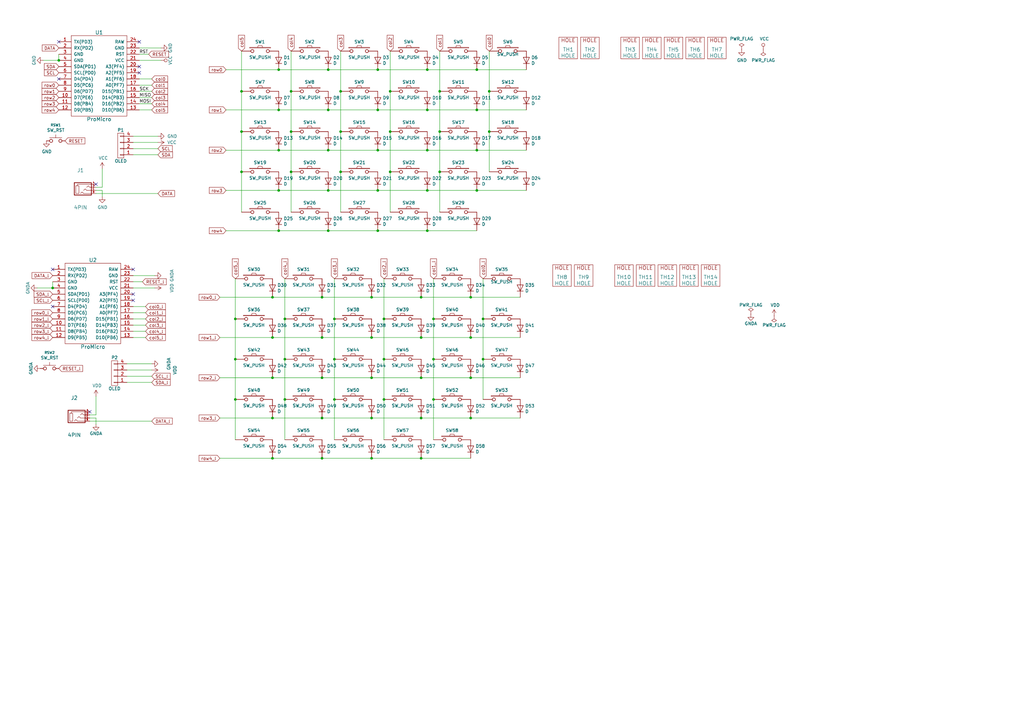
<source format=kicad_sch>
(kicad_sch (version 20230121) (generator eeschema)
  (paper "A3")
  (junction (at 175.26 45.085))
  (junction (at 154.94 94.615))
  (junction (at 111.76 154.94))
  (junction (at 157.48 163.83))
  (junction (at 160.02 53.975))
  (junction (at 193.04 154.94))
  (junction (at 24.13 24.765))
  (junction (at 180.34 37.465))
  (junction (at 111.76 187.96))
  (junction (at 157.48 147.32))
  (junction (at 132.08 138.43))
  (junction (at 195.58 61.595))
  (junction (at 132.08 154.94))
  (junction (at 139.7 53.975))
  (junction (at 172.72 154.94))
  (junction (at 132.08 187.96))
  (junction (at 160.02 70.485))
  (junction (at 119.38 53.975))
  (junction (at 177.8 147.32))
  (junction (at 96.52 163.83))
  (junction (at 137.16 130.81))
  (junction (at 175.26 61.595))
  (junction (at 157.48 130.81))
  (junction (at 114.3 28.575))
  (junction (at 114.3 61.595))
  (junction (at 175.26 94.615))
  (junction (at 119.38 37.465))
  (junction (at 134.62 45.085))
  (junction (at 172.72 121.92))
  (junction (at 152.4 187.96))
  (junction (at 111.76 121.92))
  (junction (at 119.38 70.485))
  (junction (at 193.04 121.92))
  (junction (at 152.4 138.43))
  (junction (at 198.12 147.32))
  (junction (at 154.94 61.595))
  (junction (at 177.8 163.83))
  (junction (at 195.58 78.105))
  (junction (at 21.59 118.11))
  (junction (at 114.3 45.085))
  (junction (at 195.58 28.575))
  (junction (at 116.84 163.83))
  (junction (at 154.94 45.085))
  (junction (at 175.26 78.105))
  (junction (at 172.72 138.43))
  (junction (at 99.06 70.485))
  (junction (at 139.7 37.465))
  (junction (at 152.4 154.94))
  (junction (at 195.58 45.085))
  (junction (at 175.26 28.575))
  (junction (at 172.72 171.45))
  (junction (at 200.66 53.975))
  (junction (at 154.94 78.105))
  (junction (at 154.94 28.575))
  (junction (at 137.16 163.83))
  (junction (at 99.06 53.975))
  (junction (at 134.62 61.595))
  (junction (at 193.04 138.43))
  (junction (at 132.08 121.92))
  (junction (at 114.3 94.615))
  (junction (at 152.4 171.45))
  (junction (at 111.76 138.43))
  (junction (at 139.7 70.485))
  (junction (at 134.62 78.105))
  (junction (at 96.52 147.32))
  (junction (at 134.62 94.615))
  (junction (at 193.04 171.45))
  (junction (at 160.02 37.465))
  (junction (at 177.8 130.81))
  (junction (at 200.66 37.465))
  (junction (at 172.72 187.96))
  (junction (at 99.06 37.465))
  (junction (at 116.84 130.81))
  (junction (at 180.34 53.975))
  (junction (at 132.08 171.45))
  (junction (at 137.16 147.32))
  (junction (at 134.62 28.575))
  (junction (at 198.12 130.81))
  (junction (at 111.76 171.45))
  (junction (at 152.4 121.92))
  (junction (at 114.3 78.105))
  (junction (at 180.34 70.485))
  (junction (at 96.52 130.81))
  (junction (at 116.84 147.32))
  (no_connect (at 24.13 17.145))
  (no_connect (at 39.37 75.565))
  (no_connect (at 57.15 17.145))
  (no_connect (at 54.61 120.65))
  (no_connect (at 57.15 27.305))
  (no_connect (at 54.61 123.19))
  (no_connect (at 21.59 110.49))
  (no_connect (at 21.59 125.73))
  (no_connect (at 36.83 168.91))
  (no_connect (at 57.15 29.845))
  (no_connect (at 24.13 32.385))
  (no_connect (at 54.61 110.49))
  (wire (pts (xy 152.4 121.92) (xy 172.72 121.92)))
  (wire (pts (xy 177.8 163.83) (xy 177.8 180.34)))
  (wire (pts (xy 172.72 138.43) (xy 193.04 138.43)))
  (wire (pts (xy 119.38 37.465) (xy 119.38 53.975)))
  (wire (pts (xy 36.83 171.45) (xy 39.37 171.45)))
  (wire (pts (xy 63.5 113.03) (xy 54.61 113.03)))
  (wire (pts (xy 116.84 147.32) (xy 116.84 163.83)))
  (wire (pts (xy 96.52 130.81) (xy 96.52 147.32)))
  (wire (pts (xy 154.94 94.615) (xy 175.26 94.615)))
  (wire (pts (xy 52.07 149.225) (xy 62.23 149.225)))
  (wire (pts (xy 175.26 94.615) (xy 195.58 94.615)))
  (wire (pts (xy 39.37 162.56) (xy 39.37 170.18)))
  (wire (pts (xy 24.13 24.765) (xy 17.78 24.765)))
  (wire (pts (xy 134.62 78.105) (xy 114.3 78.105)))
  (wire (pts (xy 134.62 78.105) (xy 154.94 78.105)))
  (wire (pts (xy 96.52 114.3) (xy 96.52 130.81)))
  (wire (pts (xy 52.07 154.305) (xy 62.23 154.305)))
  (wire (pts (xy 58.42 115.57) (xy 54.61 115.57)))
  (wire (pts (xy 57.15 37.465) (xy 62.23 37.465)))
  (wire (pts (xy 134.62 94.615) (xy 154.94 94.615)))
  (wire (pts (xy 154.94 28.575) (xy 175.26 28.575)))
  (wire (pts (xy 177.8 130.81) (xy 177.8 147.32)))
  (wire (pts (xy 180.34 70.485) (xy 180.34 86.995)))
  (wire (pts (xy 157.48 130.81) (xy 157.48 147.32)))
  (wire (pts (xy 198.12 130.81) (xy 198.12 114.3)))
  (wire (pts (xy 134.62 61.595) (xy 154.94 61.595)))
  (wire (pts (xy 200.66 53.975) (xy 200.66 70.485)))
  (wire (pts (xy 154.94 78.105) (xy 175.26 78.105)))
  (wire (pts (xy 139.7 20.955) (xy 139.7 37.465)))
  (wire (pts (xy 160.02 37.465) (xy 160.02 53.975)))
  (wire (pts (xy 195.58 45.085) (xy 215.9 45.085)))
  (wire (pts (xy 36.83 172.72) (xy 62.23 172.72)))
  (wire (pts (xy 200.66 37.465) (xy 200.66 20.955)))
  (wire (pts (xy 59.69 135.89) (xy 54.61 135.89)))
  (wire (pts (xy 114.3 94.615) (xy 134.62 94.615)))
  (wire (pts (xy 195.58 61.595) (xy 215.9 61.595)))
  (wire (pts (xy 54.61 58.42) (xy 64.77 58.42)))
  (wire (pts (xy 160.02 53.975) (xy 160.02 70.485)))
  (wire (pts (xy 195.58 28.575) (xy 215.9 28.575)))
  (wire (pts (xy 157.48 147.32) (xy 157.48 163.83)))
  (wire (pts (xy 96.52 163.83) (xy 96.52 180.34)))
  (wire (pts (xy 119.38 70.485) (xy 119.38 86.995)))
  (wire (pts (xy 172.72 187.96) (xy 193.04 187.96)))
  (wire (pts (xy 195.58 78.105) (xy 215.9 78.105)))
  (wire (pts (xy 139.7 53.975) (xy 139.7 70.485)))
  (wire (pts (xy 39.37 170.18) (xy 36.83 170.18)))
  (wire (pts (xy 154.94 61.595) (xy 175.26 61.595)))
  (wire (pts (xy 193.04 171.45) (xy 213.36 171.45)))
  (wire (pts (xy 54.61 133.35) (xy 59.69 133.35)))
  (wire (pts (xy 132.08 154.94) (xy 152.4 154.94)))
  (wire (pts (xy 116.84 114.3) (xy 116.84 130.81)))
  (wire (pts (xy 193.04 121.92) (xy 213.36 121.92)))
  (wire (pts (xy 137.16 130.81) (xy 137.16 147.32)))
  (wire (pts (xy 60.96 22.225) (xy 57.15 22.225)))
  (wire (pts (xy 39.37 79.375) (xy 64.77 79.375)))
  (wire (pts (xy 90.17 187.96) (xy 111.76 187.96)))
  (wire (pts (xy 172.72 154.94) (xy 193.04 154.94)))
  (wire (pts (xy 24.13 22.225) (xy 24.13 24.765)))
  (wire (pts (xy 180.34 20.955) (xy 180.34 37.465)))
  (wire (pts (xy 111.76 121.92) (xy 90.17 121.92)))
  (wire (pts (xy 139.7 37.465) (xy 139.7 53.975)))
  (wire (pts (xy 92.71 94.615) (xy 114.3 94.615)))
  (wire (pts (xy 152.4 187.96) (xy 172.72 187.96)))
  (wire (pts (xy 99.06 20.955) (xy 99.06 37.465)))
  (wire (pts (xy 57.15 40.005) (xy 62.23 40.005)))
  (wire (pts (xy 152.4 171.45) (xy 172.72 171.45)))
  (wire (pts (xy 114.3 45.085) (xy 92.71 45.085)))
  (wire (pts (xy 99.06 53.975) (xy 99.06 70.485)))
  (wire (pts (xy 198.12 147.32) (xy 198.12 163.83)))
  (wire (pts (xy 41.91 76.835) (xy 39.37 76.835)))
  (wire (pts (xy 175.26 45.085) (xy 195.58 45.085)))
  (wire (pts (xy 137.16 114.3) (xy 137.16 130.81)))
  (wire (pts (xy 152.4 138.43) (xy 172.72 138.43)))
  (wire (pts (xy 193.04 121.92) (xy 172.72 121.92)))
  (wire (pts (xy 132.08 121.92) (xy 111.76 121.92)))
  (wire (pts (xy 116.84 130.81) (xy 116.84 147.32)))
  (wire (pts (xy 200.66 53.975) (xy 200.66 37.465)))
  (wire (pts (xy 111.76 187.96) (xy 132.08 187.96)))
  (wire (pts (xy 114.3 61.595) (xy 92.71 61.595)))
  (wire (pts (xy 54.61 63.5) (xy 64.77 63.5)))
  (wire (pts (xy 154.94 45.085) (xy 175.26 45.085)))
  (wire (pts (xy 63.5 118.11) (xy 54.61 118.11)))
  (wire (pts (xy 172.72 171.45) (xy 193.04 171.45)))
  (wire (pts (xy 137.16 147.32) (xy 137.16 163.83)))
  (wire (pts (xy 41.91 78.105) (xy 41.91 80.645)))
  (wire (pts (xy 134.62 28.575) (xy 154.94 28.575)))
  (wire (pts (xy 39.37 171.45) (xy 39.37 173.99)))
  (wire (pts (xy 66.04 24.765) (xy 57.15 24.765)))
  (wire (pts (xy 62.23 45.085) (xy 57.15 45.085)))
  (wire (pts (xy 177.8 163.83) (xy 177.8 147.32)))
  (wire (pts (xy 175.26 61.595) (xy 195.58 61.595)))
  (wire (pts (xy 62.23 42.545) (xy 57.15 42.545)))
  (wire (pts (xy 21.59 118.11) (xy 15.24 118.11)))
  (wire (pts (xy 132.08 138.43) (xy 152.4 138.43)))
  (wire (pts (xy 54.61 125.73) (xy 59.69 125.73)))
  (wire (pts (xy 114.3 78.105) (xy 92.71 78.105)))
  (wire (pts (xy 41.91 69.215) (xy 41.91 76.835)))
  (wire (pts (xy 52.07 151.765) (xy 62.23 151.765)))
  (wire (pts (xy 59.69 128.27) (xy 54.61 128.27)))
  (wire (pts (xy 193.04 138.43) (xy 213.36 138.43)))
  (wire (pts (xy 198.12 147.32) (xy 198.12 130.81)))
  (wire (pts (xy 114.3 28.575) (xy 92.71 28.575)))
  (wire (pts (xy 180.34 37.465) (xy 180.34 53.975)))
  (wire (pts (xy 39.37 78.105) (xy 41.91 78.105)))
  (wire (pts (xy 54.61 130.81) (xy 59.69 130.81)))
  (wire (pts (xy 152.4 154.94) (xy 172.72 154.94)))
  (wire (pts (xy 139.7 70.485) (xy 139.7 86.995)))
  (wire (pts (xy 134.62 61.595) (xy 114.3 61.595)))
  (wire (pts (xy 99.06 37.465) (xy 99.06 53.975)))
  (wire (pts (xy 59.69 138.43) (xy 54.61 138.43)))
  (wire (pts (xy 52.07 156.845) (xy 62.23 156.845)))
  (wire (pts (xy 116.84 163.83) (xy 116.84 180.34)))
  (wire (pts (xy 132.08 187.96) (xy 152.4 187.96)))
  (wire (pts (xy 111.76 154.94) (xy 90.17 154.94)))
  (wire (pts (xy 111.76 138.43) (xy 90.17 138.43)))
  (wire (pts (xy 66.04 19.685) (xy 57.15 19.685)))
  (wire (pts (xy 57.15 32.385) (xy 62.23 32.385)))
  (wire (pts (xy 132.08 138.43) (xy 111.76 138.43)))
  (wire (pts (xy 132.08 121.92) (xy 152.4 121.92)))
  (wire (pts (xy 111.76 171.45) (xy 90.17 171.45)))
  (wire (pts (xy 132.08 171.45) (xy 152.4 171.45)))
  (wire (pts (xy 157.48 163.83) (xy 157.48 180.34)))
  (wire (pts (xy 177.8 114.3) (xy 177.8 130.81)))
  (wire (pts (xy 175.26 78.105) (xy 195.58 78.105)))
  (wire (pts (xy 180.34 70.485) (xy 180.34 53.975)))
  (wire (pts (xy 134.62 28.575) (xy 114.3 28.575)))
  (wire (pts (xy 195.58 28.575) (xy 175.26 28.575)))
  (wire (pts (xy 193.04 154.94) (xy 213.36 154.94)))
  (wire (pts (xy 119.38 53.975) (xy 119.38 70.485)))
  (wire (pts (xy 160.02 20.955) (xy 160.02 37.465)))
  (wire (pts (xy 160.02 70.485) (xy 160.02 86.995)))
  (wire (pts (xy 62.23 34.925) (xy 57.15 34.925)))
  (wire (pts (xy 99.06 70.485) (xy 99.06 86.995)))
  (wire (pts (xy 137.16 163.83) (xy 137.16 180.34)))
  (wire (pts (xy 21.59 115.57) (xy 21.59 118.11)))
  (wire (pts (xy 54.61 60.96) (xy 64.77 60.96)))
  (wire (pts (xy 134.62 45.085) (xy 114.3 45.085)))
  (wire (pts (xy 132.08 154.94) (xy 111.76 154.94)))
  (wire (pts (xy 132.08 171.45) (xy 111.76 171.45)))
  (wire (pts (xy 96.52 147.32) (xy 96.52 163.83)))
  (wire (pts (xy 119.38 20.955) (xy 119.38 37.465)))
  (wire (pts (xy 157.48 114.3) (xy 157.48 130.81)))
  (wire (pts (xy 134.62 45.085) (xy 154.94 45.085)))
  (wire (pts (xy 54.61 55.88) (xy 64.77 55.88)))
  (label "MISO" (at 57.15 40.005 0))
  (label "RST" (at 57.15 22.225 0))
  (label "MOSI" (at 57.15 42.545 0))
  (label "SCK" (at 57.15 37.465 0))
  (global_label "row3_l" (shape input) (at 90.17 171.45 180) (property "Intersheetrefs" "${INTERSHEET_REFS}" (effects hide)))
  (global_label "row3" (shape input) (at 24.13 42.545 180) (property "Intersheetrefs" "${INTERSHEET_REFS}" (effects hide)))
  (global_label "col4_l" (shape input) (at 59.69 135.89 0) (property "Intersheetrefs" "${INTERSHEET_REFS}" (effects hide)))
  (global_label "DATA" (shape input) (at 24.13 19.685 180) (property "Intersheetrefs" "${INTERSHEET_REFS}" (effects hide)))
  (global_label "row0_l" (shape input) (at 90.17 121.92 180) (property "Intersheetrefs" "${INTERSHEET_REFS}" (effects hide)))
  (global_label "SDA" (shape input) (at 64.77 63.5 0) (property "Intersheetrefs" "${INTERSHEET_REFS}" (effects hide)))
  (global_label "SDA_l" (shape input) (at 62.23 156.845 0) (property "Intersheetrefs" "${INTERSHEET_REFS}" (effects hide)))
  (global_label "row2_l" (shape input) (at 90.17 154.94 180) (property "Intersheetrefs" "${INTERSHEET_REFS}" (effects hide)))
  (global_label "col2_l" (shape input) (at 59.69 130.81 0) (property "Intersheetrefs" "${INTERSHEET_REFS}" (effects hide)))
  (global_label "DATA_l" (shape input) (at 62.23 172.72 0) (property "Intersheetrefs" "${INTERSHEET_REFS}" (effects hide)))
  (global_label "col1_l" (shape input) (at 59.69 128.27 0) (property "Intersheetrefs" "${INTERSHEET_REFS}" (effects hide)))
  (global_label "col1_l" (shape input) (at 177.8 114.3 90) (property "Intersheetrefs" "${INTERSHEET_REFS}" (effects hide)))
  (global_label "row2" (shape input) (at 92.71 61.595 180) (property "Intersheetrefs" "${INTERSHEET_REFS}" (effects hide)))
  (global_label "col4_l" (shape input) (at 116.84 114.3 90) (property "Intersheetrefs" "${INTERSHEET_REFS}" (effects hide)))
  (global_label "DATA" (shape input) (at 64.77 79.375 0) (property "Intersheetrefs" "${INTERSHEET_REFS}" (effects hide)))
  (global_label "SDA" (shape input) (at 24.13 27.305 180) (property "Intersheetrefs" "${INTERSHEET_REFS}" (effects hide)))
  (global_label "col3" (shape input) (at 139.7 20.955 90) (property "Intersheetrefs" "${INTERSHEET_REFS}" (effects hide)))
  (global_label "row1" (shape input) (at 92.71 45.085 180) (property "Intersheetrefs" "${INTERSHEET_REFS}" (effects hide)))
  (global_label "row1_l" (shape input) (at 90.17 138.43 180) (property "Intersheetrefs" "${INTERSHEET_REFS}" (effects hide)))
  (global_label "col4" (shape input) (at 119.38 20.955 90) (property "Intersheetrefs" "${INTERSHEET_REFS}" (effects hide)))
  (global_label "RESET_l" (shape input) (at 58.42 115.57 0) (property "Intersheetrefs" "${INTERSHEET_REFS}" (effects hide)))
  (global_label "col4" (shape input) (at 62.23 42.545 0) (property "Intersheetrefs" "${INTERSHEET_REFS}" (effects hide)))
  (global_label "col1" (shape input) (at 62.23 34.925 0) (property "Intersheetrefs" "${INTERSHEET_REFS}" (effects hide)))
  (global_label "SCL" (shape input) (at 64.77 60.96 0) (property "Intersheetrefs" "${INTERSHEET_REFS}" (effects hide)))
  (global_label "col3" (shape input) (at 62.23 40.005 0) (property "Intersheetrefs" "${INTERSHEET_REFS}" (effects hide)))
  (global_label "col2" (shape input) (at 160.02 20.955 90) (property "Intersheetrefs" "${INTERSHEET_REFS}" (effects hide)))
  (global_label "col3_l" (shape input) (at 137.16 114.3 90) (property "Intersheetrefs" "${INTERSHEET_REFS}" (effects hide)))
  (global_label "RESET" (shape input) (at 26.67 57.785 0) (property "Intersheetrefs" "${INTERSHEET_REFS}" (effects hide)))
  (global_label "col0" (shape input) (at 200.66 20.955 90) (property "Intersheetrefs" "${INTERSHEET_REFS}" (effects hide)))
  (global_label "row1" (shape input) (at 24.13 37.465 180) (property "Intersheetrefs" "${INTERSHEET_REFS}" (effects hide)))
  (global_label "row3_l" (shape input) (at 21.59 135.89 180) (property "Intersheetrefs" "${INTERSHEET_REFS}" (effects hide)))
  (global_label "col2_l" (shape input) (at 157.48 114.3 90) (property "Intersheetrefs" "${INTERSHEET_REFS}" (effects hide)))
  (global_label "SCL" (shape input) (at 24.13 29.845 180) (property "Intersheetrefs" "${INTERSHEET_REFS}" (effects hide)))
  (global_label "col2" (shape input) (at 62.23 37.465 0) (property "Intersheetrefs" "${INTERSHEET_REFS}" (effects hide)))
  (global_label "col5" (shape input) (at 99.06 20.955 90) (property "Intersheetrefs" "${INTERSHEET_REFS}" (effects hide)))
  (global_label "col0_l" (shape input) (at 198.12 114.3 90) (property "Intersheetrefs" "${INTERSHEET_REFS}" (effects hide)))
  (global_label "row0" (shape input) (at 92.71 28.575 180) (property "Intersheetrefs" "${INTERSHEET_REFS}" (effects hide)))
  (global_label "row2_l" (shape input) (at 21.59 133.35 180) (property "Intersheetrefs" "${INTERSHEET_REFS}" (effects hide)))
  (global_label "row0" (shape input) (at 24.13 34.925 180) (property "Intersheetrefs" "${INTERSHEET_REFS}" (effects hide)))
  (global_label "SCL_l" (shape input) (at 21.59 123.19 180) (property "Intersheetrefs" "${INTERSHEET_REFS}" (effects hide)))
  (global_label "col5_l" (shape input) (at 96.52 114.3 90) (property "Intersheetrefs" "${INTERSHEET_REFS}" (effects hide)))
  (global_label "RESET_l" (shape input) (at 24.13 151.13 0) (property "Intersheetrefs" "${INTERSHEET_REFS}" (effects hide)))
  (global_label "row4_l" (shape input) (at 90.17 187.96 180) (property "Intersheetrefs" "${INTERSHEET_REFS}" (effects hide)))
  (global_label "col5" (shape input) (at 62.23 45.085 0) (property "Intersheetrefs" "${INTERSHEET_REFS}" (effects hide)))
  (global_label "col5_l" (shape input) (at 59.69 138.43 0) (property "Intersheetrefs" "${INTERSHEET_REFS}" (effects hide)))
  (global_label "SCL_l" (shape input) (at 62.23 154.305 0) (property "Intersheetrefs" "${INTERSHEET_REFS}" (effects hide)))
  (global_label "RESET" (shape input) (at 60.96 22.225 0) (property "Intersheetrefs" "${INTERSHEET_REFS}" (effects hide)))
  (global_label "row3" (shape input) (at 92.71 78.105 180) (property "Intersheetrefs" "${INTERSHEET_REFS}" (effects hide)))
  (global_label "row4" (shape input) (at 24.13 45.085 180) (property "Intersheetrefs" "${INTERSHEET_REFS}" (effects hide)))
  (global_label "row2" (shape input) (at 24.13 40.005 180) (property "Intersheetrefs" "${INTERSHEET_REFS}" (effects hide)))
  (global_label "DATA_l" (shape input) (at 21.59 113.03 180) (property "Intersheetrefs" "${INTERSHEET_REFS}" (effects hide)))
  (global_label "col0_l" (shape input) (at 59.69 125.73 0) (property "Intersheetrefs" "${INTERSHEET_REFS}" (effects hide)))
  (global_label "row1_l" (shape input) (at 21.59 130.81 180) (property "Intersheetrefs" "${INTERSHEET_REFS}" (effects hide)))
  (global_label "row4_l" (shape input) (at 21.59 138.43 180) (property "Intersheetrefs" "${INTERSHEET_REFS}" (effects hide)))
  (global_label "row0_l" (shape input) (at 21.59 128.27 180) (property "Intersheetrefs" "${INTERSHEET_REFS}" (effects hide)))
  (global_label "col0" (shape input) (at 62.23 32.385 0) (property "Intersheetrefs" "${INTERSHEET_REFS}" (effects hide)))
  (global_label "SDA_l" (shape input) (at 21.59 120.65 180) (property "Intersheetrefs" "${INTERSHEET_REFS}" (effects hide)))
  (global_label "col1" (shape input) (at 180.34 20.955 90) (property "Intersheetrefs" "${INTERSHEET_REFS}" (effects hide)))
  (global_label "row4" (shape input) (at 92.71 94.615 180) (property "Intersheetrefs" "${INTERSHEET_REFS}" (effects hide)))
  (global_label "col3_l" (shape input) (at 59.69 133.35 0) (property "Intersheetrefs" "${INTERSHEET_REFS}" (effects hide)))
  (symbol (lib_id "Lily58-rescue:ProMicro_2-Lily58-cache") (at 40.64 31.115 0) (unit 1)
    (property "Reference" "U1" (at 40.64 13.335 0) (effects (font (size 1.524 1.524))))
    (property "Value" "ProMicro" (at 40.64 48.895 0) (effects (font (size 1.524 1.524))))
    (property "Footprint" "Lily58-footprint:ProMicro_rev2" (effects hide))
  )
  (symbol (lib_id "Lily58-rescue:SW_PUSH-Lily58-cache") (at 106.68 86.995 0) (unit 1)
    (property "Reference" "SW25" (at 106.68 83.185 0))
    (property "Value" "SW_PUSH" (at 106.68 89.535 0))
    (property "Footprint" "holykeebs:SW_Hotswap_Kailh_Choc_V1" (effects hide))
    (property "LCSC" "C5156480" (effects hide))
  )
  (symbol (lib_id "Lily58-rescue:SW_PUSH-Lily58-cache") (at 127 86.995 0) (unit 1)
    (property "Reference" "SW26" (at 127 83.185 0))
    (property "Value" "SW_PUSH" (at 127 89.535 0))
    (property "Footprint" "holykeebs:SW_Hotswap_Kailh_Choc_V1" (effects hide))
    (property "LCSC" "C5156480" (effects hide))
  )
  (symbol (lib_id "Lily58-rescue:SW_PUSH-Lily58-cache") (at 106.68 20.955 0) (unit 1)
    (property "Reference" "SW1" (at 106.68 17.145 0))
    (property "Value" "SW_PUSH" (at 106.68 23.495 0))
    (property "Footprint" "holykeebs:SW_Hotswap_Kailh_Choc_V1" (effects hide))
    (property "LCSC" "C5156480" (effects hide))
  )
  (symbol (lib_id "Lily58-rescue:D-Lily58-cache") (at 114.3 24.765 90) (unit 1)
    (property "Reference" "D1" (at 116.3066 23.5966 90) (effects (justify right)))
    (property "Value" "D" (at 116.3066 25.908 90) (effects (justify right)))
    (property "Footprint" "kbd:D3_SMD_v2" (effects hide))
    (property "LCSC" "C2099" (effects hide))
  )
  (symbol (lib_id "Lily58-rescue:SW_PUSH-Lily58-cache") (at 127 20.955 0) (unit 1)
    (property "Reference" "SW2" (at 127 17.145 0))
    (property "Value" "SW_PUSH" (at 127 23.495 0))
    (property "Footprint" "holykeebs:SW_Hotswap_Kailh_Choc_V1" (effects hide))
    (property "LCSC" "C5156480" (effects hide))
  )
  (symbol (lib_id "Lily58-rescue:D-Lily58-cache") (at 134.62 24.765 90) (unit 1)
    (property "Reference" "D2" (at 136.6266 23.5966 90) (effects (justify right)))
    (property "Value" "D" (at 136.6266 25.908 90) (effects (justify right)))
    (property "Footprint" "kbd:D3_SMD_v2" (effects hide))
    (property "LCSC" "C2099" (effects hide))
  )
  (symbol (lib_id "Lily58-rescue:SW_PUSH-Lily58-cache") (at 147.32 20.955 0) (unit 1)
    (property "Reference" "SW3" (at 147.32 17.145 0))
    (property "Value" "SW_PUSH" (at 147.32 23.495 0))
    (property "Footprint" "holykeebs:SW_Hotswap_Kailh_Choc_V1" (effects hide))
    (property "LCSC" "C5156480" (effects hide))
  )
  (symbol (lib_id "Lily58-rescue:D-Lily58-cache") (at 154.94 24.765 90) (unit 1)
    (property "Reference" "D3" (at 156.9466 23.5966 90) (effects (justify right)))
    (property "Value" "D" (at 156.9466 25.908 90) (effects (justify right)))
    (property "Footprint" "kbd:D3_SMD_v2" (effects hide))
    (property "LCSC" "C2099" (effects hide))
  )
  (symbol (lib_id "Lily58-rescue:SW_PUSH-Lily58-cache") (at 167.64 20.955 0) (unit 1)
    (property "Reference" "SW4" (at 167.64 17.145 0))
    (property "Value" "SW_PUSH" (at 167.64 23.495 0))
    (property "Footprint" "holykeebs:SW_Hotswap_Kailh_Choc_V1" (effects hide))
    (property "LCSC" "C5156480" (effects hide))
  )
  (symbol (lib_id "Lily58-rescue:D-Lily58-cache") (at 175.26 24.765 90) (unit 1)
    (property "Reference" "D4" (at 177.2666 23.5966 90) (effects (justify right)))
    (property "Value" "D" (at 177.2666 25.908 90) (effects (justify right)))
    (property "Footprint" "kbd:D3_SMD_v2" (effects hide))
    (property "LCSC" "C2099" (effects hide))
  )
  (symbol (lib_id "Lily58-rescue:SW_PUSH-Lily58-cache") (at 187.96 20.955 0) (unit 1)
    (property "Reference" "SW5" (at 187.96 17.145 0))
    (property "Value" "SW_PUSH" (at 187.96 23.495 0))
    (property "Footprint" "holykeebs:SW_Hotswap_Kailh_Choc_V1" (effects hide))
    (property "LCSC" "C5156480" (effects hide))
  )
  (symbol (lib_id "Lily58-rescue:D-Lily58-cache") (at 195.58 24.765 90) (unit 1)
    (property "Reference" "D5" (at 197.5866 23.5966 90) (effects (justify right)))
    (property "Value" "D" (at 197.5866 25.908 90) (effects (justify right)))
    (property "Footprint" "kbd:D3_SMD_v2" (effects hide))
    (property "LCSC" "C2099" (effects hide))
  )
  (symbol (lib_id "Lily58-rescue:SW_PUSH-Lily58-cache") (at 208.28 20.955 0) (unit 1)
    (property "Reference" "SW6" (at 208.28 17.145 0))
    (property "Value" "SW_PUSH" (at 208.28 22.225 0))
    (property "Footprint" "holykeebs:SW_Hotswap_Kailh_Choc_V1" (effects hide))
    (property "LCSC" "C5156480" (effects hide))
  )
  (symbol (lib_id "Lily58-rescue:D-Lily58-cache") (at 215.9 24.765 90) (unit 1)
    (property "Reference" "D6" (at 217.9066 23.5966 90) (effects (justify right)))
    (property "Value" "D" (at 217.9066 25.908 90) (effects (justify right)))
    (property "Footprint" "kbd:D3_SMD_v2" (effects hide))
    (property "LCSC" "C2099" (effects hide))
  )
  (symbol (lib_id "Lily58-rescue:SW_PUSH-Lily58-cache") (at 127 37.465 0) (unit 1)
    (property "Reference" "SW8" (at 127 33.655 0))
    (property "Value" "SW_PUSH" (at 127 40.005 0))
    (property "Footprint" "holykeebs:SW_Hotswap_Kailh_Choc_V1" (effects hide))
    (property "LCSC" "C5156480" (effects hide))
  )
  (symbol (lib_id "Lily58-rescue:SW_PUSH-Lily58-cache") (at 147.32 37.465 0) (unit 1)
    (property "Reference" "SW9" (at 147.32 33.655 0))
    (property "Value" "SW_PUSH" (at 147.32 40.005 0))
    (property "Footprint" "holykeebs:SW_Hotswap_Kailh_Choc_V1" (effects hide))
    (property "LCSC" "C5156480" (effects hide))
  )
  (symbol (lib_id "Lily58-rescue:SW_PUSH-Lily58-cache") (at 167.64 37.465 0) (unit 1)
    (property "Reference" "SW10" (at 167.64 33.655 0))
    (property "Value" "SW_PUSH" (at 167.64 40.005 0))
    (property "Footprint" "holykeebs:SW_Hotswap_Kailh_Choc_V1" (effects hide))
    (property "LCSC" "C5156480" (effects hide))
  )
  (symbol (lib_id "Lily58-rescue:SW_PUSH-Lily58-cache") (at 187.96 37.465 0) (unit 1)
    (property "Reference" "SW11" (at 187.96 33.655 0))
    (property "Value" "SW_PUSH" (at 187.96 40.005 0))
    (property "Footprint" "holykeebs:SW_Hotswap_Kailh_Choc_V1" (effects hide))
    (property "LCSC" "C5156480" (effects hide))
  )
  (symbol (lib_id "Lily58-rescue:SW_PUSH-Lily58-cache") (at 208.28 37.465 0) (unit 1)
    (property "Reference" "SW12" (at 208.28 33.655 0))
    (property "Value" "SW_PUSH" (at 208.28 40.005 0))
    (property "Footprint" "holykeebs:SW_Hotswap_Kailh_Choc_V1" (effects hide))
    (property "LCSC" "C5156480" (effects hide))
  )
  (symbol (lib_id "Lily58-rescue:SW_PUSH-Lily58-cache") (at 106.68 37.465 0) (unit 1)
    (property "Reference" "SW7" (at 106.68 33.655 0))
    (property "Value" "SW_PUSH" (at 106.68 40.005 0))
    (property "Footprint" "holykeebs:SW_Hotswap_Kailh_Choc_V1" (effects hide))
    (property "LCSC" "C5156480" (effects hide))
  )
  (symbol (lib_id "Lily58-rescue:D-Lily58-cache") (at 114.3 41.275 90) (unit 1)
    (property "Reference" "D7" (at 116.3066 40.1066 90) (effects (justify right)))
    (property "Value" "D" (at 116.3066 42.418 90) (effects (justify right)))
    (property "Footprint" "kbd:D3_SMD_v2" (effects hide))
    (property "LCSC" "C2099" (effects hide))
  )
  (symbol (lib_id "Lily58-rescue:D-Lily58-cache") (at 134.62 41.275 90) (unit 1)
    (property "Reference" "D8" (at 136.6266 40.1066 90) (effects (justify right)))
    (property "Value" "D" (at 136.6266 42.418 90) (effects (justify right)))
    (property "Footprint" "kbd:D3_SMD_v2" (effects hide))
    (property "LCSC" "C2099" (effects hide))
  )
  (symbol (lib_id "Lily58-rescue:D-Lily58-cache") (at 154.94 41.275 90) (unit 1)
    (property "Reference" "D9" (at 156.9466 40.1066 90) (effects (justify right)))
    (property "Value" "D" (at 156.9466 42.418 90) (effects (justify right)))
    (property "Footprint" "kbd:D3_SMD_v2" (effects hide))
    (property "LCSC" "C2099" (effects hide))
  )
  (symbol (lib_id "Lily58-rescue:D-Lily58-cache") (at 175.26 41.275 90) (unit 1)
    (property "Reference" "D10" (at 177.2666 40.1066 90) (effects (justify right)))
    (property "Value" "D" (at 177.2666 42.418 90) (effects (justify right)))
    (property "Footprint" "kbd:D3_SMD_v2" (effects hide))
    (property "LCSC" "C2099" (effects hide))
  )
  (symbol (lib_id "Lily58-rescue:D-Lily58-cache") (at 195.58 41.275 90) (unit 1)
    (property "Reference" "D11" (at 197.5866 40.1066 90) (effects (justify right)))
    (property "Value" "D" (at 197.5866 42.418 90) (effects (justify right)))
    (property "Footprint" "kbd:D3_SMD_v2" (effects hide))
    (property "LCSC" "C2099" (effects hide))
  )
  (symbol (lib_id "Lily58-rescue:D-Lily58-cache") (at 215.9 41.275 90) (unit 1)
    (property "Reference" "D12" (at 217.9066 40.1066 90) (effects (justify right)))
    (property "Value" "D" (at 217.9066 42.418 90) (effects (justify right)))
    (property "Footprint" "kbd:D3_SMD_v2" (effects hide))
    (property "LCSC" "C2099" (effects hide))
  )
  (symbol (lib_id "Lily58-rescue:SW_PUSH-Lily58-cache") (at 106.68 53.975 0) (unit 1)
    (property "Reference" "SW13" (at 106.68 50.165 0))
    (property "Value" "SW_PUSH" (at 106.68 56.515 0))
    (property "Footprint" "holykeebs:SW_Hotswap_Kailh_Choc_V1" (effects hide))
    (property "LCSC" "C5156480" (effects hide))
  )
  (symbol (lib_id "Lily58-rescue:SW_PUSH-Lily58-cache") (at 127 53.975 0) (unit 1)
    (property "Reference" "SW14" (at 127 50.165 0))
    (property "Value" "SW_PUSH" (at 127 56.515 0))
    (property "Footprint" "holykeebs:SW_Hotswap_Kailh_Choc_V1" (effects hide))
    (property "LCSC" "C5156480" (effects hide))
  )
  (symbol (lib_id "Lily58-rescue:SW_PUSH-Lily58-cache") (at 147.32 53.975 0) (unit 1)
    (property "Reference" "SW15" (at 147.32 50.165 0))
    (property "Value" "SW_PUSH" (at 147.32 56.515 0))
    (property "Footprint" "holykeebs:SW_Hotswap_Kailh_Choc_V1" (effects hide))
    (property "LCSC" "C5156480" (effects hide))
  )
  (symbol (lib_id "Lily58-rescue:SW_PUSH-Lily58-cache") (at 167.64 53.975 0) (unit 1)
    (property "Reference" "SW16" (at 167.64 50.165 0))
    (property "Value" "SW_PUSH" (at 167.64 56.515 0))
    (property "Footprint" "holykeebs:SW_Hotswap_Kailh_Choc_V1" (effects hide))
    (property "LCSC" "C5156480" (effects hide))
  )
  (symbol (lib_id "Lily58-rescue:SW_PUSH-Lily58-cache") (at 187.96 53.975 0) (unit 1)
    (property "Reference" "SW17" (at 187.96 50.165 0))
    (property "Value" "SW_PUSH" (at 187.96 56.515 0))
    (property "Footprint" "holykeebs:SW_Hotswap_Kailh_Choc_V1" (effects hide))
    (property "LCSC" "C5156480" (effects hide))
  )
  (symbol (lib_id "Lily58-rescue:SW_PUSH-Lily58-cache") (at 208.28 53.975 0) (unit 1)
    (property "Reference" "SW18" (at 208.28 50.165 0))
    (property "Value" "SW_PUSH" (at 208.28 56.515 0))
    (property "Footprint" "holykeebs:SW_Hotswap_Kailh_Choc_V1" (effects hide))
    (property "LCSC" "C5156480" (effects hide))
  )
  (symbol (lib_id "Lily58-rescue:D-Lily58-cache") (at 114.3 57.785 90) (unit 1)
    (property "Reference" "D13" (at 116.3066 56.6166 90) (effects (justify right)))
    (property "Value" "D" (at 116.3066 58.928 90) (effects (justify right)))
    (property "Footprint" "kbd:D3_SMD_v2" (effects hide))
    (property "LCSC" "C2099" (effects hide))
  )
  (symbol (lib_id "Lily58-rescue:D-Lily58-cache") (at 134.62 57.785 90) (unit 1)
    (property "Reference" "D14" (at 136.6266 56.6166 90) (effects (justify right)))
    (property "Value" "D" (at 136.6266 58.928 90) (effects (justify right)))
    (property "Footprint" "kbd:D3_SMD_v2" (effects hide))
    (property "LCSC" "C2099" (effects hide))
  )
  (symbol (lib_id "Lily58-rescue:D-Lily58-cache") (at 154.94 57.785 90) (unit 1)
    (property "Reference" "D15" (at 156.9466 56.6166 90) (effects (justify right)))
    (property "Value" "D" (at 156.9466 58.928 90) (effects (justify right)))
    (property "Footprint" "kbd:D3_SMD_v2" (effects hide))
    (property "LCSC" "C2099" (effects hide))
  )
  (symbol (lib_id "Lily58-rescue:D-Lily58-cache") (at 175.26 57.785 90) (unit 1)
    (property "Reference" "D16" (at 177.2666 56.6166 90) (effects (justify right)))
    (property "Value" "D" (at 177.2666 58.928 90) (effects (justify right)))
    (property "Footprint" "kbd:D3_SMD_v2" (effects hide))
    (property "LCSC" "C2099" (effects hide))
  )
  (symbol (lib_id "Lily58-rescue:D-Lily58-cache") (at 195.58 57.785 90) (unit 1)
    (property "Reference" "D17" (at 197.5866 56.6166 90) (effects (justify right)))
    (property "Value" "D" (at 197.5866 58.928 90) (effects (justify right)))
    (property "Footprint" "kbd:D3_SMD_v2" (effects hide))
    (property "LCSC" "C2099" (effects hide))
  )
  (symbol (lib_id "Lily58-rescue:D-Lily58-cache") (at 215.9 57.785 90) (unit 1)
    (property "Reference" "D18" (at 217.9066 56.6166 90) (effects (justify right)))
    (property "Value" "D" (at 217.9066 58.928 90) (effects (justify right)))
    (property "Footprint" "kbd:D3_SMD_v2" (effects hide))
    (property "LCSC" "C2099" (effects hide))
  )
  (symbol (lib_id "Lily58-rescue:SW_PUSH-Lily58-cache") (at 147.32 70.485 0) (unit 1)
    (property "Reference" "SW21" (at 147.32 66.675 0))
    (property "Value" "SW_PUSH" (at 147.32 73.025 0))
    (property "Footprint" "holykeebs:SW_Hotswap_Kailh_Choc_V1" (effects hide))
    (property "LCSC" "C5156480" (effects hide))
  )
  (symbol (lib_id "Lily58-rescue:SW_PUSH-Lily58-cache") (at 167.64 70.485 0) (unit 1)
    (property "Reference" "SW22" (at 167.64 66.675 0))
    (property "Value" "SW_PUSH" (at 167.64 73.025 0))
    (property "Footprint" "holykeebs:SW_Hotswap_Kailh_Choc_V1" (effects hide))
    (property "LCSC" "C5156480" (effects hide))
  )
  (symbol (lib_id "Lily58-rescue:SW_PUSH-Lily58-cache") (at 187.96 70.485 0) (unit 1)
    (property "Reference" "SW23" (at 187.96 66.675 0))
    (property "Value" "SW_PUSH" (at 187.96 73.025 0))
    (property "Footprint" "holykeebs:SW_Hotswap_Kailh_Choc_V1" (effects hide))
    (property "LCSC" "C5156480" (effects hide))
  )
  (symbol (lib_id "Lily58-rescue:SW_PUSH-Lily58-cache") (at 208.28 70.485 0) (unit 1)
    (property "Reference" "SW24" (at 208.28 66.675 0))
    (property "Value" "SW_PUSH" (at 208.28 73.025 0))
    (property "Footprint" "holykeebs:SW_Hotswap_Kailh_Choc_V1" (effects hide))
    (property "LCSC" "C5156480" (effects hide))
  )
  (symbol (lib_id "Lily58-rescue:SW_PUSH-Lily58-cache") (at 127 70.485 0) (unit 1)
    (property "Reference" "SW20" (at 127 66.675 0))
    (property "Value" "SW_PUSH" (at 127 73.025 0))
    (property "Footprint" "holykeebs:SW_Hotswap_Kailh_Choc_V1" (effects hide))
    (property "LCSC" "C5156480" (effects hide))
  )
  (symbol (lib_id "Lily58-rescue:SW_PUSH-Lily58-cache") (at 106.68 70.485 0) (unit 1)
    (property "Reference" "SW19" (at 106.68 66.675 0))
    (property "Value" "SW_PUSH" (at 106.68 73.025 0))
    (property "Footprint" "holykeebs:SW_Hotswap_Kailh_Choc_V1" (effects hide))
    (property "LCSC" "C5156480" (effects hide))
  )
  (symbol (lib_id "Lily58-rescue:D-Lily58-cache") (at 114.3 74.295 90) (unit 1)
    (property "Reference" "D19" (at 116.3066 73.1266 90) (effects (justify right)))
    (property "Value" "D" (at 116.3066 75.438 90) (effects (justify right)))
    (property "Footprint" "kbd:D3_SMD_v2" (effects hide))
    (property "LCSC" "C2099" (effects hide))
  )
  (symbol (lib_id "Lily58-rescue:D-Lily58-cache") (at 134.62 74.295 90) (unit 1)
    (property "Reference" "D20" (at 136.6266 73.1266 90) (effects (justify right)))
    (property "Value" "D" (at 136.6266 75.438 90) (effects (justify right)))
    (property "Footprint" "kbd:D3_SMD_v2" (effects hide))
    (property "LCSC" "C2099" (effects hide))
  )
  (symbol (lib_id "Lily58-rescue:D-Lily58-cache") (at 154.94 74.295 90) (unit 1)
    (property "Reference" "D21" (at 156.9466 73.1266 90) (effects (justify right)))
    (property "Value" "D" (at 156.9466 75.438 90) (effects (justify right)))
    (property "Footprint" "kbd:D3_SMD_v2" (effects hide))
    (property "LCSC" "C2099" (effects hide))
  )
  (symbol (lib_id "Lily58-rescue:D-Lily58-cache") (at 175.26 74.295 90) (unit 1)
    (property "Reference" "D22" (at 177.2666 73.1266 90) (effects (justify right)))
    (property "Value" "D" (at 177.2666 75.438 90) (effects (justify right)))
    (property "Footprint" "kbd:D3_SMD_v2" (effects hide))
    (property "LCSC" "C2099" (effects hide))
  )
  (symbol (lib_id "Lily58-rescue:D-Lily58-cache") (at 195.58 74.295 90) (unit 1)
    (property "Reference" "D23" (at 197.5866 73.1266 90) (effects (justify right)))
    (property "Value" "D" (at 197.5866 75.438 90) (effects (justify right)))
    (property "Footprint" "kbd:D3_SMD_v2" (effects hide))
    (property "LCSC" "C2099" (effects hide))
  )
  (symbol (lib_id "Lily58-rescue:D-Lily58-cache") (at 215.9 74.295 90) (unit 1)
    (property "Reference" "D24" (at 217.9066 73.1266 90) (effects (justify right)))
    (property "Value" "D" (at 217.9066 75.438 90) (effects (justify right)))
    (property "Footprint" "kbd:D3_SMD_v2" (effects hide))
    (property "LCSC" "C2099" (effects hide))
  )
  (symbol (lib_id "Lily58-rescue:SW_PUSH-Lily58-cache") (at 147.32 86.995 0) (unit 1)
    (property "Reference" "SW27" (at 147.32 83.185 0))
    (property "Value" "SW_PUSH" (at 147.32 89.535 0))
    (property "Footprint" "holykeebs:SW_Hotswap_Kailh_Choc_V1" (effects hide))
    (property "LCSC" "C5156480" (effects hide))
  )
  (symbol (lib_id "Lily58-rescue:SW_PUSH-Lily58-cache") (at 167.64 86.995 0) (unit 1)
    (property "Reference" "SW28" (at 167.64 83.185 0))
    (property "Value" "SW_PUSH" (at 167.64 89.535 0))
    (property "Footprint" "holykeebs:SW_Hotswap_Kailh_Choc_V1" (effects hide))
    (property "LCSC" "C5156480" (effects hide))
  )
  (symbol (lib_id "Lily58-rescue:SW_PUSH-Lily58-cache") (at 187.96 86.995 0) (unit 1)
    (property "Reference" "SW29" (at 187.96 83.185 0))
    (property "Value" "SW_PUSH" (at 187.96 89.535 0))
    (property "Footprint" "holykeebs:SW_Hotswap_Kailh_Choc_V1" (effects hide))
    (property "LCSC" "C5156480" (effects hide))
  )
  (symbol (lib_id "Lily58-rescue:D-Lily58-cache") (at 114.3 90.805 90) (unit 1)
    (property "Reference" "D25" (at 116.3066 89.6366 90) (effects (justify right)))
    (property "Value" "D" (at 116.3066 91.948 90) (effects (justify right)))
    (property "Footprint" "kbd:D3_SMD_v2" (effects hide))
    (property "LCSC" "C2099" (effects hide))
  )
  (symbol (lib_id "Lily58-rescue:D-Lily58-cache") (at 134.62 90.805 90) (unit 1)
    (property "Reference" "D26" (at 136.6266 89.6366 90) (effects (justify right)))
    (property "Value" "D" (at 136.6266 91.948 90) (effects (justify right)))
    (property "Footprint" "kbd:D3_SMD_v2" (effects hide))
    (property "LCSC" "C2099" (effects hide))
  )
  (symbol (lib_id "Lily58-rescue:D-Lily58-cache") (at 154.94 90.805 90) (unit 1)
    (property "Reference" "D27" (at 156.9466 89.6366 90) (effects (justify right)))
    (property "Value" "D" (at 156.9466 91.948 90) (effects (justify right)))
    (property "Footprint" "kbd:D3_SMD_v2" (effects hide))
    (property "LCSC" "C2099" (effects hide))
  )
  (symbol (lib_id "Lily58-rescue:D-Lily58-cache") (at 175.26 90.805 90) (unit 1)
    (property "Reference" "D28" (at 177.2666 89.6366 90) (effects (justify right)))
    (property "Value" "D" (at 177.2666 91.948 90) (effects (justify right)))
    (property "Footprint" "kbd:D3_SMD_v2" (effects hide))
    (property "LCSC" "C2099" (effects hide))
  )
  (symbol (lib_id "Lily58-rescue:D-Lily58-cache") (at 195.58 90.805 90) (unit 1)
    (property "Reference" "D29" (at 197.5866 89.6366 90) (effects (justify right)))
    (property "Value" "D" (at 197.5866 91.948 90) (effects (justify right)))
    (property "Footprint" "kbd:D3_SMD_v2" (effects hide))
    (property "LCSC" "C2099" (effects hide))
  )
  (symbol (lib_id "Lily58-rescue:VCC-Lily58-cache") (at 66.04 24.765 270) (unit 1)
    (property "Reference" "#PWR04" (effects hide))
    (property "Value" "VCC" (at 69.85 24.765 0))
  )
  (symbol (lib_id "kbd:MJ-4PP-9") (at 34.29 77.47 0) (unit 1)
    (property "Reference" "J1" (at 33.02 69.85 0) (effects (font (size 1.524 1.524))))
    (property "Value" "4PIN" (at 33.02 85.09 0) (effects (font (size 1.524 1.524))))
    (property "Footprint" "kbd:MJ-4PP-9_1side" (effects hide))
  )
  (symbol (lib_id "Lily58-rescue:GND-Lily58-cache") (at 19.05 57.785 0) (unit 1)
    (property "Reference" "#PWR010" (effects hide))
    (property "Value" "GND" (at 19.177 62.1792 0))
  )
  (symbol (lib_id "Lily58-rescue:PWR_FLAG-Lily58-cache") (at 304.165 20.32 0) (unit 1)
    (property "Reference" "#FLG01" (effects hide))
    (property "Value" "PWR_FLAG" (at 304.165 15.9004 0))
  )
  (symbol (lib_id "Lily58-rescue:GND-Lily58-cache") (at 304.165 20.32 0) (unit 1)
    (property "Reference" "#PWR012" (effects hide))
    (property "Value" "GND" (at 304.292 24.7142 0))
  )
  (symbol (lib_id "Lily58-rescue:VCC-Lily58-cache") (at 313.055 20.32 0) (unit 1)
    (property "Reference" "#PWR013" (effects hide))
    (property "Value" "VCC" (at 313.4868 15.9258 0))
  )
  (symbol (lib_id "Lily58-rescue:PWR_FLAG-Lily58-cache") (at 313.055 20.32 180) (unit 1)
    (property "Reference" "#FLG02" (effects hide))
    (property "Value" "PWR_FLAG" (at 313.055 24.7142 0))
  )
  (symbol (lib_id "Lily58-rescue:HOLE-Lily58-cache") (at 233.045 20.32 0) (unit 1) (in_bom no)
    (property "Reference" "TH1" (at 233.045 20.32 0) (effects (font (size 1.524 1.524))))
    (property "Value" "HOLE" (at 233.045 22.86 0) (effects (font (size 1.524 1.524))))
    (property "Footprint" "Lily58-footprint:HOLE_M2" (effects hide))
  )
  (symbol (lib_id "Lily58-rescue:HOLE-Lily58-cache") (at 241.935 20.32 0) (unit 1) (in_bom no)
    (property "Reference" "TH2" (at 241.935 20.32 0) (effects (font (size 1.524 1.524))))
    (property "Value" "HOLE" (at 241.935 22.86 0) (effects (font (size 1.524 1.524))))
    (property "Footprint" "Lily58-footprint:HOLE_M2" (effects hide))
  )
  (symbol (lib_id "Lily58-rescue:HOLE-Lily58-cache") (at 267.335 20.32 0) (unit 1) (in_bom no)
    (property "Reference" "TH4" (at 267.335 20.32 0) (effects (font (size 1.524 1.524))))
    (property "Value" "HOLE" (at 267.335 22.86 0) (effects (font (size 1.524 1.524))))
    (property "Footprint" "holykeebs:M2_SPACER" (effects hide))
  )
  (symbol (lib_id "Lily58-rescue:HOLE-Lily58-cache") (at 276.225 20.32 0) (unit 1) (in_bom no)
    (property "Reference" "TH5" (at 276.225 20.32 0) (effects (font (size 1.524 1.524))))
    (property "Value" "HOLE" (at 276.225 22.86 0) (effects (font (size 1.524 1.524))))
    (property "Footprint" "holykeebs:M2_SPACER" (effects hide))
  )
  (symbol (lib_id "Lily58-rescue:HOLE-Lily58-cache") (at 285.115 20.32 0) (unit 1) (in_bom no)
    (property "Reference" "TH6" (at 285.115 20.32 0) (effects (font (size 1.524 1.524))))
    (property "Value" "HOLE" (at 285.115 22.86 0) (effects (font (size 1.524 1.524))))
    (property "Footprint" "holykeebs:M2_SPACER" (effects hide))
  )
  (symbol (lib_id "Lily58-rescue:HOLE-Lily58-cache") (at 294.005 20.32 0) (unit 1) (in_bom no)
    (property "Reference" "TH7" (at 294.005 20.32 0) (effects (font (size 1.524 1.524))))
    (property "Value" "HOLE" (at 294.005 22.86 0) (effects (font (size 1.524 1.524))))
    (property "Footprint" "holykeebs:M2_SPACER" (effects hide))
  )
  (symbol (lib_id "Lily58-rescue:HOLE-Lily58-cache") (at 258.445 20.32 0) (unit 1) (in_bom no)
    (property "Reference" "TH3" (at 258.445 20.32 0) (effects (font (size 1.524 1.524))))
    (property "Value" "HOLE" (at 258.445 22.86 0) (effects (font (size 1.524 1.524))))
    (property "Footprint" "holykeebs:M2_SPACER" (effects hide))
  )
  (symbol (lib_id "Lily58-rescue:GND-Lily58-cache") (at 66.04 19.685 90) (unit 1)
    (property "Reference" "#PWR0101" (effects hide))
    (property "Value" "GND" (at 69.85 19.685 0))
  )
  (symbol (lib_id "Lily58-rescue:GND-Lily58-cache") (at 17.78 24.765 270) (unit 1)
    (property "Reference" "#PWR0102" (effects hide))
    (property "Value" "GND" (at 13.97 24.765 0))
  )
  (symbol (lib_id "Lily58-rescue:SW_RST-Lily58-cache") (at 22.86 57.785 0) (unit 1)
    (property "Reference" "RSW1" (at 22.86 51.2826 0) (effects (font (size 1.016 1.016))))
    (property "Value" "SW_RST" (at 22.86 53.3908 0))
    (property "Footprint" "Lily58-footprint:TACT_SWITCH_TVBP06" (effects hide))
  )
  (symbol (lib_id "power:GND") (at 41.91 80.645 0) (unit 1)
    (property "Reference" "#PWR02" (effects hide))
    (property "Value" "GND" (at 42.037 85.0392 0))
  )
  (symbol (lib_id "power:VCC") (at 41.91 69.215 0) (unit 1)
    (property "Reference" "#PWR01" (effects hide))
    (property "Value" "VCC" (at 42.3418 64.8208 0))
  )
  (symbol (lib_id "Lily58-rescue:CONN_01X04-Lily58-cache") (at 49.53 59.69 180) (unit 1)
    (property "Reference" "P1" (at 49.53 53.34 0))
    (property "Value" "OLED" (at 49.53 66.04 0))
    (property "Footprint" "Lily58-footprint:MY_SIL-4" (effects hide))
  )
  (symbol (lib_id "power:GND") (at 64.77 55.88 90) (unit 1)
    (property "Reference" "#PWR03" (effects hide))
    (property "Value" "GND" (at 68.58 55.88 90) (effects (justify right)))
  )
  (symbol (lib_id "power:VCC") (at 64.77 58.42 270) (unit 1)
    (property "Reference" "#PWR09" (effects hide))
    (property "Value" "VCC" (at 68.58 58.42 90) (effects (justify left)))
  )
  (symbol (lib_id "Lily58-rescue:SW_PUSH-Lily58-cache") (at 185.42 147.32 0) (unit 1)
    (property "Reference" "SW46" (at 185.42 143.51 0))
    (property "Value" "SW_PUSH" (at 185.42 149.86 0))
    (property "Footprint" "holykeebs:SW_Hotswap_Kailh_Choc_V1" (effects hide))
    (property "LCSC" "C5156480" (effects hide))
  )
  (symbol (lib_id "Lily58-rescue:HOLE-Lily58-cache") (at 239.395 113.665 0) (unit 1) (in_bom no)
    (property "Reference" "TH9" (at 239.395 113.665 0) (effects (font (size 1.524 1.524))))
    (property "Value" "HOLE" (at 239.395 116.205 0) (effects (font (size 1.524 1.524))))
    (property "Footprint" "Lily58-footprint:HOLE_M2" (effects hide))
  )
  (symbol (lib_id "Lily58-rescue:D-Lily58-cache") (at 213.36 118.11 90) (unit 1)
    (property "Reference" "D35" (at 215.3666 116.9416 90) (effects (justify right)))
    (property "Value" "D" (at 215.3666 119.253 90) (effects (justify right)))
    (property "Footprint" "kbd:D3_SMD_v2" (effects hide))
    (property "LCSC" "C2099" (effects hide))
  )
  (symbol (lib_id "Lily58-rescue:D-Lily58-cache") (at 132.08 184.15 90) (unit 1)
    (property "Reference" "D55" (at 134.0866 182.9816 90) (effects (justify right)))
    (property "Value" "D" (at 134.0866 185.293 90) (effects (justify right)))
    (property "Footprint" "kbd:D3_SMD_v2" (effects hide))
    (property "LCSC" "C2099" (effects hide))
  )
  (symbol (lib_id "power:VDD") (at 63.5 118.11 270) (unit 1)
    (property "Reference" "#PWR015" (effects hide))
    (property "Value" "VDD" (at 70.485 118.11 0))
  )
  (symbol (lib_id "Lily58-rescue:SW_PUSH-Lily58-cache") (at 144.78 180.34 0) (unit 1)
    (property "Reference" "SW56" (at 144.78 176.53 0))
    (property "Value" "SW_PUSH" (at 144.78 182.88 0))
    (property "Footprint" "holykeebs:SW_Hotswap_Kailh_Choc_V1" (effects hide))
    (property "LCSC" "C5156480" (effects hide))
  )
  (symbol (lib_id "Lily58-rescue:SW_PUSH-Lily58-cache") (at 124.46 147.32 0) (unit 1)
    (property "Reference" "SW43" (at 124.46 143.51 0))
    (property "Value" "SW_PUSH" (at 124.46 149.86 0))
    (property "Footprint" "holykeebs:SW_Hotswap_Kailh_Choc_V1" (effects hide))
    (property "LCSC" "C5156480" (effects hide))
  )
  (symbol (lib_id "Lily58-rescue:SW_PUSH-Lily58-cache") (at 124.46 180.34 0) (unit 1)
    (property "Reference" "SW55" (at 124.46 176.53 0))
    (property "Value" "SW_PUSH" (at 124.46 182.88 0))
    (property "Footprint" "holykeebs:SW_Hotswap_Kailh_Choc_V1" (effects hide))
    (property "LCSC" "C5156480" (effects hide))
  )
  (symbol (lib_id "Lily58-rescue:SW_PUSH-Lily58-cache") (at 165.1 130.81 0) (unit 1)
    (property "Reference" "SW39" (at 165.1 127 0))
    (property "Value" "SW_PUSH" (at 165.1 133.35 0))
    (property "Footprint" "holykeebs:SW_Hotswap_Kailh_Choc_V1" (effects hide))
    (property "LCSC" "C5156480" (effects hide))
  )
  (symbol (lib_id "Lily58-rescue:SW_PUSH-Lily58-cache") (at 165.1 163.83 0) (unit 1)
    (property "Reference" "SW51" (at 165.1 160.02 0))
    (property "Value" "SW_PUSH" (at 165.1 166.37 0))
    (property "Footprint" "holykeebs:SW_Hotswap_Kailh_Choc_V1" (effects hide))
    (property "LCSC" "C5156480" (effects hide))
  )
  (symbol (lib_id "Lily58-rescue:SW_PUSH-Lily58-cache") (at 205.74 163.83 0) (unit 1)
    (property "Reference" "SW53" (at 205.74 160.02 0))
    (property "Value" "SW_PUSH" (at 205.74 166.37 0))
    (property "Footprint" "holykeebs:SW_Hotswap_Kailh_Choc_V1" (effects hide))
    (property "LCSC" "C5156480" (effects hide))
  )
  (symbol (lib_id "Lily58-rescue:SW_PUSH-Lily58-cache") (at 165.1 114.3 0) (unit 1)
    (property "Reference" "SW33" (at 165.1 110.49 0))
    (property "Value" "SW_PUSH" (at 165.1 116.84 0))
    (property "Footprint" "holykeebs:SW_Hotswap_Kailh_Choc_V1" (effects hide))
    (property "LCSC" "C5156480" (effects hide))
  )
  (symbol (lib_id "Lily58-rescue:SW_PUSH-Lily58-cache") (at 185.42 180.34 0) (unit 1)
    (property "Reference" "SW58" (at 185.42 176.53 0))
    (property "Value" "SW_PUSH" (at 185.42 182.88 0))
    (property "Footprint" "holykeebs:SW_Hotswap_Kailh_Choc_V1" (effects hide))
    (property "LCSC" "C5156480" (effects hide))
  )
  (symbol (lib_id "Lily58-rescue:D-Lily58-cache") (at 152.4 167.64 90) (unit 1)
    (property "Reference" "D50" (at 154.4066 166.4716 90) (effects (justify right)))
    (property "Value" "D" (at 154.4066 168.783 90) (effects (justify right)))
    (property "Footprint" "kbd:D3_SMD_v2" (effects hide))
    (property "LCSC" "C2099" (effects hide))
  )
  (symbol (lib_id "Lily58-rescue:D-Lily58-cache") (at 152.4 134.62 90) (unit 1)
    (property "Reference" "D38" (at 154.4066 133.4516 90) (effects (justify right)))
    (property "Value" "D" (at 154.4066 135.763 90) (effects (justify right)))
    (property "Footprint" "kbd:D3_SMD_v2" (effects hide))
    (property "LCSC" "C2099" (effects hide))
  )
  (symbol (lib_id "Lily58-rescue:D-Lily58-cache") (at 172.72 151.13 90) (unit 1)
    (property "Reference" "D45" (at 174.7266 149.9616 90) (effects (justify right)))
    (property "Value" "D" (at 174.7266 152.273 90) (effects (justify right)))
    (property "Footprint" "kbd:D3_SMD_v2" (effects hide))
    (property "LCSC" "C2099" (effects hide))
  )
  (symbol (lib_id "Lily58-rescue:D-Lily58-cache") (at 172.72 134.62 90) (unit 1)
    (property "Reference" "D39" (at 174.7266 133.4516 90) (effects (justify right)))
    (property "Value" "D" (at 174.7266 135.763 90) (effects (justify right)))
    (property "Footprint" "kbd:D3_SMD_v2" (effects hide))
    (property "LCSC" "C2099" (effects hide))
  )
  (symbol (lib_id "Lily58-rescue:HOLE-Lily58-cache") (at 255.905 113.665 0) (unit 1) (in_bom no)
    (property "Reference" "TH10" (at 255.905 113.665 0) (effects (font (size 1.524 1.524))))
    (property "Value" "HOLE" (at 255.905 116.205 0) (effects (font (size 1.524 1.524))))
    (property "Footprint" "holykeebs:M2_SPACER" (effects hide))
  )
  (symbol (lib_id "Lily58-rescue:D-Lily58-cache") (at 193.04 151.13 90) (unit 1)
    (property "Reference" "D46" (at 195.0466 149.9616 90) (effects (justify right)))
    (property "Value" "D" (at 195.0466 152.273 90) (effects (justify right)))
    (property "Footprint" "kbd:D3_SMD_v2" (effects hide))
    (property "LCSC" "C2099" (effects hide))
  )
  (symbol (lib_id "Lily58-rescue:D-Lily58-cache") (at 213.36 151.13 90) (unit 1)
    (property "Reference" "D47" (at 215.3666 149.9616 90) (effects (justify right)))
    (property "Value" "D" (at 215.3666 152.273 90) (effects (justify right)))
    (property "Footprint" "kbd:D3_SMD_v2" (effects hide))
    (property "LCSC" "C2099" (effects hide))
  )
  (symbol (lib_id "Lily58-rescue:D-Lily58-cache") (at 193.04 184.15 90) (unit 1)
    (property "Reference" "D58" (at 195.0466 182.9816 90) (effects (justify right)))
    (property "Value" "D" (at 195.0466 185.293 90) (effects (justify right)))
    (property "Footprint" "kbd:D3_SMD_v2" (effects hide))
    (property "LCSC" "C2099" (effects hide))
  )
  (symbol (lib_id "Lily58-rescue:D-Lily58-cache") (at 152.4 151.13 90) (unit 1)
    (property "Reference" "D44" (at 154.4066 149.9616 90) (effects (justify right)))
    (property "Value" "D" (at 154.4066 152.273 90) (effects (justify right)))
    (property "Footprint" "kbd:D3_SMD_v2" (effects hide))
    (property "LCSC" "C2099" (effects hide))
  )
  (symbol (lib_id "Lily58-rescue:SW_PUSH-Lily58-cache") (at 104.14 147.32 0) (unit 1)
    (property "Reference" "SW42" (at 104.14 143.51 0))
    (property "Value" "SW_PUSH" (at 104.14 149.86 0))
    (property "Footprint" "holykeebs:SW_Hotswap_Kailh_Choc_V1" (effects hide))
    (property "LCSC" "C5156480" (effects hide))
  )
  (symbol (lib_id "Lily58-rescue:D-Lily58-cache") (at 111.76 118.11 90) (unit 1)
    (property "Reference" "D30" (at 113.7666 116.9416 90) (effects (justify right)))
    (property "Value" "D" (at 113.7666 119.253 90) (effects (justify right)))
    (property "Footprint" "kbd:D3_SMD_v2" (effects hide))
    (property "LCSC" "C2099" (effects hide))
  )
  (symbol (lib_id "Lily58-rescue:D-Lily58-cache") (at 193.04 118.11 90) (unit 1)
    (property "Reference" "D34" (at 195.0466 116.9416 90) (effects (justify right)))
    (property "Value" "D" (at 195.0466 119.253 90) (effects (justify right)))
    (property "Footprint" "kbd:D3_SMD_v2" (effects hide))
    (property "LCSC" "C2099" (effects hide))
  )
  (symbol (lib_id "Lily58-rescue:HOLE-Lily58-cache") (at 291.465 113.665 0) (unit 1) (in_bom no)
    (property "Reference" "TH14" (at 291.465 113.665 0) (effects (font (size 1.524 1.524))))
    (property "Value" "HOLE" (at 291.465 116.205 0) (effects (font (size 1.524 1.524))))
    (property "Footprint" "holykeebs:M2_SPACER" (effects hide))
  )
  (symbol (lib_id "Lily58-rescue:CONN_01X04-Lily58-cache") (at 46.99 153.035 180) (unit 1)
    (property "Reference" "P2" (at 46.99 146.685 0))
    (property "Value" "OLED" (at 46.99 159.385 0))
    (property "Footprint" "Lily58-footprint:MY_SIL-4" (effects hide))
  )
  (symbol (lib_id "Lily58-rescue:SW_PUSH-Lily58-cache") (at 104.14 130.81 0) (unit 1)
    (property "Reference" "SW36" (at 104.14 127 0))
    (property "Value" "SW_PUSH" (at 104.14 133.35 0))
    (property "Footprint" "holykeebs:SW_Hotswap_Kailh_Choc_V1" (effects hide))
    (property "LCSC" "C5156480" (effects hide))
  )
  (symbol (lib_id "Lily58-rescue:HOLE-Lily58-cache") (at 230.505 113.665 0) (unit 1) (in_bom no)
    (property "Reference" "TH8" (at 230.505 113.665 0) (effects (font (size 1.524 1.524))))
    (property "Value" "HOLE" (at 230.505 116.205 0) (effects (font (size 1.524 1.524))))
    (property "Footprint" "Lily58-footprint:HOLE_M2" (effects hide))
  )
  (symbol (lib_id "power:GNDA") (at 307.975 128.905 0) (unit 1)
    (property "Reference" "#PWR019" (effects hide))
    (property "Value" "GNDA" (at 307.975 132.715 0))
  )
  (symbol (lib_id "Lily58-rescue:SW_PUSH-Lily58-cache") (at 104.14 180.34 0) (unit 1)
    (property "Reference" "SW54" (at 104.14 176.53 0))
    (property "Value" "SW_PUSH" (at 104.14 182.88 0))
    (property "Footprint" "holykeebs:SW_Hotswap_Kailh_Choc_V1" (effects hide))
    (property "LCSC" "C5156480" (effects hide))
  )
  (symbol (lib_id "Lily58-rescue:SW_PUSH-Lily58-cache") (at 144.78 114.3 0) (unit 1)
    (property "Reference" "SW32" (at 144.78 110.49 0))
    (property "Value" "SW_PUSH" (at 144.78 116.84 0))
    (property "Footprint" "holykeebs:SW_Hotswap_Kailh_Choc_V1" (effects hide))
    (property "LCSC" "C5156480" (effects hide))
  )
  (symbol (lib_id "power:VDD") (at 39.37 162.56 0) (unit 1)
    (property "Reference" "#PWR016" (effects hide))
    (property "Value" "VDD" (at 39.8018 158.1658 0))
  )
  (symbol (lib_id "Lily58-rescue:SW_PUSH-Lily58-cache") (at 185.42 114.3 0) (unit 1)
    (property "Reference" "SW34" (at 185.42 110.49 0))
    (property "Value" "SW_PUSH" (at 185.42 116.84 0))
    (property "Footprint" "holykeebs:SW_Hotswap_Kailh_Choc_V1" (effects hide))
    (property "LCSC" "C5156480" (effects hide))
  )
  (symbol (lib_id "Lily58-rescue:HOLE-Lily58-cache") (at 282.575 113.665 0) (unit 1) (in_bom no)
    (property "Reference" "TH13" (at 282.575 113.665 0) (effects (font (size 1.524 1.524))))
    (property "Value" "HOLE" (at 282.575 116.205 0) (effects (font (size 1.524 1.524))))
    (property "Footprint" "holykeebs:M2_SPACER" (effects hide))
  )
  (symbol (lib_id "Lily58-rescue:D-Lily58-cache") (at 152.4 118.11 90) (unit 1)
    (property "Reference" "D32" (at 154.4066 116.9416 90) (effects (justify right)))
    (property "Value" "D" (at 154.4066 119.253 90) (effects (justify right)))
    (property "Footprint" "kbd:D3_SMD_v2" (effects hide))
    (property "LCSC" "C2099" (effects hide))
  )
  (symbol (lib_id "Lily58-rescue:D-Lily58-cache") (at 132.08 167.64 90) (unit 1)
    (property "Reference" "D49" (at 134.0866 166.4716 90) (effects (justify right)))
    (property "Value" "D" (at 134.0866 168.783 90) (effects (justify right)))
    (property "Footprint" "kbd:D3_SMD_v2" (effects hide))
    (property "LCSC" "C2099" (effects hide))
  )
  (symbol (lib_id "power:PWR_FLAG") (at 317.5 129.54 180) (unit 1)
    (property "Reference" "#FLG06" (effects hide))
    (property "Value" "PWR_FLAG" (at 317.5 133.35 0))
  )
  (symbol (lib_id "Lily58-rescue:D-Lily58-cache") (at 213.36 167.64 90) (unit 1)
    (property "Reference" "D53" (at 215.3666 166.4716 90) (effects (justify right)))
    (property "Value" "D" (at 215.3666 168.783 90) (effects (justify right)))
    (property "Footprint" "kbd:D3_SMD_v2" (effects hide))
    (property "LCSC" "C2099" (effects hide))
  )
  (symbol (lib_id "Lily58-rescue:HOLE-Lily58-cache") (at 264.795 113.665 0) (unit 1) (in_bom no)
    (property "Reference" "TH11" (at 264.795 113.665 0) (effects (font (size 1.524 1.524))))
    (property "Value" "HOLE" (at 264.795 116.205 0) (effects (font (size 1.524 1.524))))
    (property "Footprint" "holykeebs:M2_SPACER" (effects hide))
  )
  (symbol (lib_id "Lily58-rescue:D-Lily58-cache") (at 132.08 118.11 90) (unit 1)
    (property "Reference" "D31" (at 134.0866 116.9416 90) (effects (justify right)))
    (property "Value" "D" (at 134.0866 119.253 90) (effects (justify right)))
    (property "Footprint" "kbd:D3_SMD_v2" (effects hide))
    (property "LCSC" "C2099" (effects hide))
  )
  (symbol (lib_id "Lily58-rescue:SW_PUSH-Lily58-cache") (at 144.78 163.83 0) (unit 1)
    (property "Reference" "SW50" (at 144.78 160.02 0))
    (property "Value" "SW_PUSH" (at 144.78 166.37 0))
    (property "Footprint" "holykeebs:SW_Hotswap_Kailh_Choc_V1" (effects hide))
    (property "LCSC" "C5156480" (effects hide))
  )
  (symbol (lib_id "Lily58-rescue:D-Lily58-cache") (at 172.72 167.64 90) (unit 1)
    (property "Reference" "D51" (at 174.7266 166.4716 90) (effects (justify right)))
    (property "Value" "D" (at 174.7266 168.783 90) (effects (justify right)))
    (property "Footprint" "kbd:D3_SMD_v2" (effects hide))
    (property "LCSC" "C2099" (effects hide))
  )
  (symbol (lib_id "power:GNDA") (at 16.51 151.13 270) (unit 1)
    (property "Reference" "#PWR07" (effects hide))
    (property "Value" "GNDA" (at 12.7 151.13 0))
  )
  (symbol (lib_id "Lily58-rescue:D-Lily58-cache") (at 213.36 134.62 90) (unit 1)
    (property "Reference" "D41" (at 215.3666 133.4516 90) (effects (justify right)))
    (property "Value" "D" (at 215.3666 135.763 90) (effects (justify right)))
    (property "Footprint" "kbd:D3_SMD_v2" (effects hide))
    (property "LCSC" "C2099" (effects hide))
  )
  (symbol (lib_id "Lily58-rescue:SW_PUSH-Lily58-cache") (at 205.74 114.3 0) (unit 1)
    (property "Reference" "SW35" (at 205.74 110.49 0))
    (property "Value" "SW_PUSH" (at 205.74 115.57 0))
    (property "Footprint" "holykeebs:SW_Hotswap_Kailh_Choc_V1" (effects hide))
    (property "LCSC" "C5156480" (effects hide))
  )
  (symbol (lib_id "Lily58-rescue:SW_PUSH-Lily58-cache") (at 124.46 130.81 0) (unit 1)
    (property "Reference" "SW37" (at 124.46 127 0))
    (property "Value" "SW_PUSH" (at 124.46 133.35 0))
    (property "Footprint" "holykeebs:SW_Hotswap_Kailh_Choc_V1" (effects hide))
    (property "LCSC" "C5156480" (effects hide))
  )
  (symbol (lib_id "Lily58-rescue:D-Lily58-cache") (at 172.72 118.11 90) (unit 1)
    (property "Reference" "D33" (at 174.7266 116.9416 90) (effects (justify right)))
    (property "Value" "D" (at 174.7266 119.253 90) (effects (justify right)))
    (property "Footprint" "kbd:D3_SMD_v2" (effects hide))
    (property "LCSC" "C2099" (effects hide))
  )
  (symbol (lib_id "power:GNDA") (at 15.24 118.11 270) (unit 1)
    (property "Reference" "#PWR06" (effects hide))
    (property "Value" "GNDA" (at 11.43 118.11 0))
  )
  (symbol (lib_id "Lily58-rescue:D-Lily58-cache") (at 193.04 134.62 90) (unit 1)
    (property "Reference" "D40" (at 195.0466 133.4516 90) (effects (justify right)))
    (property "Value" "D" (at 195.0466 135.763 90) (effects (justify right)))
    (property "Footprint" "kbd:D3_SMD_v2" (effects hide))
    (property "LCSC" "C2099" (effects hide))
  )
  (symbol (lib_id "Lily58-rescue:HOLE-Lily58-cache") (at 273.685 113.665 0) (unit 1) (in_bom no)
    (property "Reference" "TH12" (at 273.685 113.665 0) (effects (font (size 1.524 1.524))))
    (property "Value" "HOLE" (at 273.685 116.205 0) (effects (font (size 1.524 1.524))))
    (property "Footprint" "holykeebs:M2_SPACER" (effects hide))
  )
  (symbol (lib_id "Lily58-rescue:D-Lily58-cache") (at 111.76 167.64 90) (unit 1)
    (property "Reference" "D48" (at 113.7666 166.4716 90) (effects (justify right)))
    (property "Value" "D" (at 113.7666 168.783 90) (effects (justify right)))
    (property "Footprint" "kbd:D3_SMD_v2" (effects hide))
    (property "LCSC" "C2099" (effects hide))
  )
  (symbol (lib_id "Lily58-rescue:SW_PUSH-Lily58-cache") (at 205.74 130.81 0) (unit 1)
    (property "Reference" "SW41" (at 205.74 127 0))
    (property "Value" "SW_PUSH" (at 205.74 133.35 0))
    (property "Footprint" "holykeebs:SW_Hotswap_Kailh_Choc_V1" (effects hide))
    (property "LCSC" "C5156480" (effects hide))
  )
  (symbol (lib_id "Lily58-rescue:SW_PUSH-Lily58-cache") (at 185.42 163.83 0) (unit 1)
    (property "Reference" "SW52" (at 185.42 160.02 0))
    (property "Value" "SW_PUSH" (at 185.42 166.37 0))
    (property "Footprint" "holykeebs:SW_Hotswap_Kailh_Choc_V1" (effects hide))
    (property "LCSC" "C5156480" (effects hide))
  )
  (symbol (lib_id "Lily58-rescue:D-Lily58-cache") (at 111.76 151.13 90) (unit 1)
    (property "Reference" "D42" (at 113.7666 149.9616 90) (effects (justify right)))
    (property "Value" "D" (at 113.7666 152.273 90) (effects (justify right)))
    (property "Footprint" "kbd:D3_SMD_v2" (effects hide))
    (property "LCSC" "C2099" (effects hide))
  )
  (symbol (lib_id "Lily58-rescue:SW_RST-Lily58-cache") (at 20.32 151.13 0) (unit 1)
    (property "Reference" "RSW2" (at 20.32 144.6276 0) (effects (font (size 1.016 1.016))))
    (property "Value" "SW_RST" (at 20.32 146.7358 0))
    (property "Footprint" "Lily58-footprint:TACT_SWITCH_TVBP06" (effects hide))
  )
  (symbol (lib_id "power:VDD") (at 317.5 129.54 0) (unit 1)
    (property "Reference" "#PWR020" (effects hide))
    (property "Value" "VDD" (at 317.9318 125.1458 0))
  )
  (symbol (lib_id "power:GNDA") (at 63.5 113.03 90) (unit 1)
    (property "Reference" "#PWR05" (effects hide))
    (property "Value" "GNDA" (at 70.485 113.03 0))
  )
  (symbol (lib_id "Lily58-rescue:D-Lily58-cache") (at 193.04 167.64 90) (unit 1)
    (property "Reference" "D52" (at 195.0466 166.4716 90) (effects (justify right)))
    (property "Value" "D" (at 195.0466 168.783 90) (effects (justify right)))
    (property "Footprint" "kbd:D3_SMD_v2" (effects hide))
    (property "LCSC" "C2099" (effects hide))
  )
  (symbol (lib_id "power:VDD") (at 62.23 151.765 270) (unit 1)
    (property "Reference" "#PWR014" (effects hide))
    (property "Value" "VDD" (at 71.755 151.765 0))
  )
  (symbol (lib_id "Lily58-rescue:D-Lily58-cache") (at 152.4 184.15 90) (unit 1)
    (property "Reference" "D56" (at 154.4066 182.9816 90) (effects (justify right)))
    (property "Value" "D" (at 154.4066 185.293 90) (effects (justify right)))
    (property "Footprint" "kbd:D3_SMD_v2" (effects hide))
    (property "LCSC" "C2099" (effects hide))
  )
  (symbol (lib_id "power:GNDA") (at 39.37 173.99 0) (unit 1)
    (property "Reference" "#PWR08" (effects hide))
    (property "Value" "GNDA" (at 39.37 177.8 0))
  )
  (symbol (lib_id "Lily58-rescue:D-Lily58-cache") (at 132.08 134.62 90) (unit 1)
    (property "Reference" "D37" (at 134.0866 133.4516 90) (effects (justify right)))
    (property "Value" "D" (at 134.0866 135.763 90) (effects (justify right)))
    (property "Footprint" "kbd:D3_SMD_v2" (effects hide))
    (property "LCSC" "C2099" (effects hide))
  )
  (symbol (lib_id "Lily58-rescue:D-Lily58-cache") (at 172.72 184.15 90) (unit 1)
    (property "Reference" "D57" (at 174.7266 182.9816 90) (effects (justify right)))
    (property "Value" "D" (at 174.7266 185.293 90) (effects (justify right)))
    (property "Footprint" "kbd:D3_SMD_v2" (effects hide))
    (property "LCSC" "C2099" (effects hide))
  )
  (symbol (lib_id "Lily58-rescue:SW_PUSH-Lily58-cache") (at 104.14 163.83 0) (unit 1)
    (property "Reference" "SW48" (at 104.14 160.02 0))
    (property "Value" "SW_PUSH" (at 104.14 166.37 0))
    (property "Footprint" "holykeebs:SW_Hotswap_Kailh_Choc_V1" (effects hide))
    (property "LCSC" "C5156480" (effects hide))
  )
  (symbol (lib_id "Lily58-rescue:SW_PUSH-Lily58-cache") (at 144.78 130.81 0) (unit 1)
    (property "Reference" "SW38" (at 144.78 127 0))
    (property "Value" "SW_PUSH" (at 144.78 133.35 0))
    (property "Footprint" "holykeebs:SW_Hotswap_Kailh_Choc_V1" (effects hide))
    (property "LCSC" "C5156480" (effects hide))
  )
  (symbol (lib_id "power:PWR_FLAG") (at 307.975 128.905 0) (unit 1)
    (property "Reference" "#FLG05" (effects hide))
    (property "Value" "PWR_FLAG" (at 307.975 125.095 0))
  )
  (symbol (lib_id "Lily58-rescue:SW_PUSH-Lily58-cache") (at 124.46 114.3 0) (unit 1)
    (property "Reference" "SW31" (at 124.46 110.49 0))
    (property "Value" "SW_PUSH" (at 124.46 116.84 0))
    (property "Footprint" "holykeebs:SW_Hotswap_Kailh_Choc_V1" (effects hide))
    (property "LCSC" "C5156480" (effects hide))
  )
  (symbol (lib_id "Lily58-rescue:ProMicro_2-Lily58-cache") (at 38.1 124.46 0) (unit 1)
    (property "Reference" "U2" (at 38.1 106.68 0) (effects (font (size 1.524 1.524))))
    (property "Value" "ProMicro" (at 38.1 142.24 0) (effects (font (size 1.524 1.524))))
    (property "Footprint" "Lily58-footprint:ProMicro_rev2" (effects hide))
  )
  (symbol (lib_id "Lily58-rescue:SW_PUSH-Lily58-cache") (at 144.78 147.32 0) (unit 1)
    (property "Reference" "SW44" (at 144.78 143.51 0))
    (property "Value" "SW_PUSH" (at 144.78 149.86 0))
    (property "Footprint" "holykeebs:SW_Hotswap_Kailh_Choc_V1" (effects hide))
    (property "LCSC" "C5156480" (effects hide))
  )
  (symbol (lib_id "kbd:MJ-4PP-9") (at 31.75 170.815 0) (unit 1)
    (property "Reference" "J2" (at 30.48 163.195 0) (effects (font (size 1.524 1.524))))
    (property "Value" "4PIN" (at 30.48 178.435 0) (effects (font (size 1.524 1.524))))
    (property "Footprint" "kbd:MJ-4PP-9_1side" (effects hide))
  )
  (symbol (lib_id "Lily58-rescue:D-Lily58-cache") (at 111.76 184.15 90) (unit 1)
    (property "Reference" "D54" (at 113.7666 182.9816 90) (effects (justify right)))
    (property "Value" "D" (at 113.7666 185.293 90) (effects (justify right)))
    (property "Footprint" "kbd:D3_SMD_v2" (effects hide))
    (property "LCSC" "C2099" (effects hide))
  )
  (symbol (lib_id "Lily58-rescue:D-Lily58-cache") (at 132.08 151.13 90) (unit 1)
    (property "Reference" "D43" (at 134.0866 149.9616 90) (effects (justify right)))
    (property "Value" "D" (at 134.0866 152.273 90) (effects (justify right)))
    (property "Footprint" "kbd:D3_SMD_v2" (effects hide))
    (property "LCSC" "C2099" (effects hide))
  )
  (symbol (lib_id "Lily58-rescue:SW_PUSH-Lily58-cache") (at 205.74 147.32 0) (unit 1)
    (property "Reference" "SW47" (at 205.74 143.51 0))
    (property "Value" "SW_PUSH" (at 205.74 149.86 0))
    (property "Footprint" "holykeebs:SW_Hotswap_Kailh_Choc_V1" (effects hide))
    (property "LCSC" "C5156480" (effects hide))
  )
  (symbol (lib_id "Lily58-rescue:SW_PUSH-Lily58-cache") (at 185.42 130.81 0) (unit 1)
    (property "Reference" "SW40" (at 185.42 127 0))
    (property "Value" "SW_PUSH" (at 185.42 133.35 0))
    (property "Footprint" "holykeebs:SW_Hotswap_Kailh_Choc_V1" (effects hide))
    (property "LCSC" "C5156480" (effects hide))
  )
  (symbol (lib_id "Lily58-rescue:SW_PUSH-Lily58-cache") (at 165.1 180.34 0) (unit 1)
    (property "Reference" "SW57" (at 165.1 176.53 0))
    (property "Value" "SW_PUSH" (at 165.1 182.88 0))
    (property "Footprint" "holykeebs:SW_Hotswap_Kailh_Choc_V1" (effects hide))
    (property "LCSC" "C5156480" (effects hide))
  )
  (symbol (lib_id "Lily58-rescue:SW_PUSH-Lily58-cache") (at 104.14 114.3 0) (unit 1)
    (property "Reference" "SW30" (at 104.14 110.49 0))
    (property "Value" "SW_PUSH" (at 104.14 116.84 0))
    (property "Footprint" "holykeebs:SW_Hotswap_Kailh_Choc_V1" (effects hide))
    (property "LCSC" "C5156480" (effects hide))
  )
  (symbol (lib_id "power:GNDA") (at 62.23 149.225 90) (unit 1)
    (property "Reference" "#PWR011" (effects hide))
    (property "Value" "GNDA" (at 69.215 149.225 0))
  )
  (symbol (lib_id "Lily58-rescue:SW_PUSH-Lily58-cache") (at 165.1 147.32 0) (unit 1)
    (property "Reference" "SW45" (at 165.1 143.51 0))
    (property "Value" "SW_PUSH" (at 165.1 149.86 0))
    (property "Footprint" "holykeebs:SW_Hotswap_Kailh_Choc_V1" (effects hide))
    (property "LCSC" "C5156480" (effects hide))
  )
  (symbol (lib_id "Lily58-rescue:SW_PUSH-Lily58-cache") (at 124.46 163.83 0) (unit 1)
    (property "Reference" "SW49" (at 124.46 160.02 0))
    (property "Value" "SW_PUSH" (at 124.46 166.37 0))
    (property "Footprint" "holykeebs:SW_Hotswap_Kailh_Choc_V1" (effects hide))
    (property "LCSC" "C5156480" (effects hide))
  )
  (symbol (lib_id "Lily58-rescue:D-Lily58-cache") (at 111.76 134.62 90) (unit 1)
    (property "Reference" "D36" (at 113.7666 133.4516 90) (effects (justify right)))
    (property "Value" "D" (at 113.7666 135.763 90) (effects (justify right)))
    (property "Footprint" "kbd:D3_SMD_v2" (effects hide))
    (property "LCSC" "C2099" (effects hide))
  )
)
</source>
